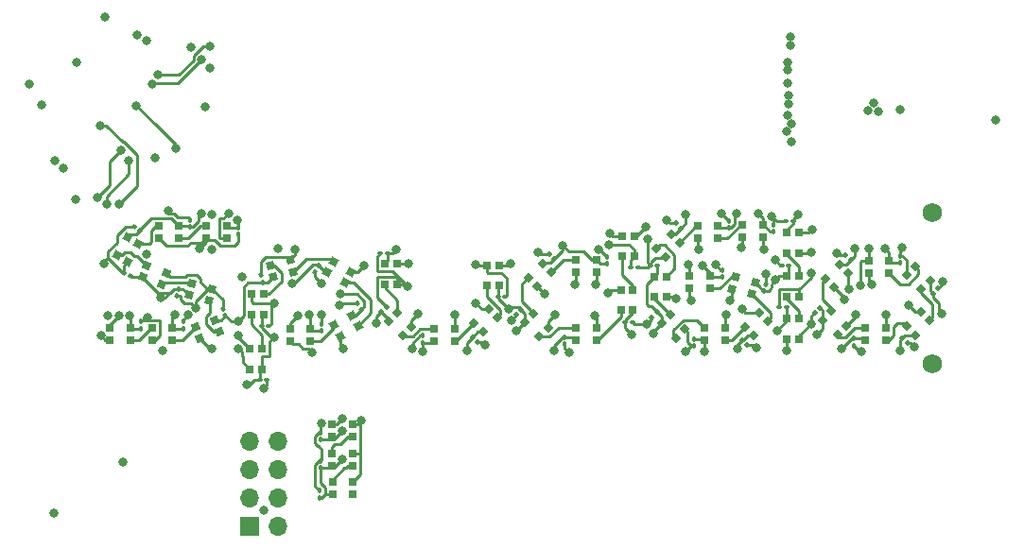
<source format=gtl>
G04 #@! TF.GenerationSoftware,KiCad,Pcbnew,7.0.2-0*
G04 #@! TF.CreationDate,2023-10-15T17:43:39-05:00*
G04 #@! TF.ProjectId,spudglo_business_card,73707564-676c-46f5-9f62-7573696e6573,rev?*
G04 #@! TF.SameCoordinates,Original*
G04 #@! TF.FileFunction,Copper,L1,Top*
G04 #@! TF.FilePolarity,Positive*
%FSLAX46Y46*%
G04 Gerber Fmt 4.6, Leading zero omitted, Abs format (unit mm)*
G04 Created by KiCad (PCBNEW 7.0.2-0) date 2023-10-15 17:43:39*
%MOMM*%
%LPD*%
G01*
G04 APERTURE LIST*
G04 Aperture macros list*
%AMRoundRect*
0 Rectangle with rounded corners*
0 $1 Rounding radius*
0 $2 $3 $4 $5 $6 $7 $8 $9 X,Y pos of 4 corners*
0 Add a 4 corners polygon primitive as box body*
4,1,4,$2,$3,$4,$5,$6,$7,$8,$9,$2,$3,0*
0 Add four circle primitives for the rounded corners*
1,1,$1+$1,$2,$3*
1,1,$1+$1,$4,$5*
1,1,$1+$1,$6,$7*
1,1,$1+$1,$8,$9*
0 Add four rect primitives between the rounded corners*
20,1,$1+$1,$2,$3,$4,$5,0*
20,1,$1+$1,$4,$5,$6,$7,0*
20,1,$1+$1,$6,$7,$8,$9,0*
20,1,$1+$1,$8,$9,$2,$3,0*%
%AMRotRect*
0 Rectangle, with rotation*
0 The origin of the aperture is its center*
0 $1 length*
0 $2 width*
0 $3 Rotation angle, in degrees counterclockwise*
0 Add horizontal line*
21,1,$1,$2,0,0,$3*%
G04 Aperture macros list end*
G04 #@! TA.AperFunction,SMDPad,CuDef*
%ADD10RotRect,0.700000X0.700000X225.000000*%
G04 #@! TD*
G04 #@! TA.AperFunction,SMDPad,CuDef*
%ADD11R,0.700000X0.700000*%
G04 #@! TD*
G04 #@! TA.AperFunction,SMDPad,CuDef*
%ADD12RotRect,0.700000X0.700000X45.000000*%
G04 #@! TD*
G04 #@! TA.AperFunction,SMDPad,CuDef*
%ADD13RotRect,0.700000X0.700000X195.000000*%
G04 #@! TD*
G04 #@! TA.AperFunction,SMDPad,CuDef*
%ADD14RotRect,0.700000X0.700000X345.000000*%
G04 #@! TD*
G04 #@! TA.AperFunction,SMDPad,CuDef*
%ADD15RotRect,0.700000X0.700000X30.000000*%
G04 #@! TD*
G04 #@! TA.AperFunction,SMDPad,CuDef*
%ADD16RotRect,0.700000X0.700000X315.000000*%
G04 #@! TD*
G04 #@! TA.AperFunction,SMDPad,CuDef*
%ADD17RotRect,0.700000X0.700000X135.000000*%
G04 #@! TD*
G04 #@! TA.AperFunction,SMDPad,CuDef*
%ADD18RotRect,0.700000X0.700000X150.000000*%
G04 #@! TD*
G04 #@! TA.AperFunction,SMDPad,CuDef*
%ADD19RotRect,0.700000X0.700000X165.000000*%
G04 #@! TD*
G04 #@! TA.AperFunction,SMDPad,CuDef*
%ADD20RotRect,0.700000X0.700000X20.000000*%
G04 #@! TD*
G04 #@! TA.AperFunction,SMDPad,CuDef*
%ADD21RotRect,0.700000X0.700000X60.000000*%
G04 #@! TD*
G04 #@! TA.AperFunction,SMDPad,CuDef*
%ADD22RotRect,0.700000X0.700000X160.000000*%
G04 #@! TD*
G04 #@! TA.AperFunction,SMDPad,CuDef*
%ADD23RoundRect,0.100000X0.100000X-0.130000X0.100000X0.130000X-0.100000X0.130000X-0.100000X-0.130000X0*%
G04 #@! TD*
G04 #@! TA.AperFunction,SMDPad,CuDef*
%ADD24RoundRect,0.100000X-0.162635X0.021213X0.021213X-0.162635X0.162635X-0.021213X-0.021213X0.162635X0*%
G04 #@! TD*
G04 #@! TA.AperFunction,SMDPad,CuDef*
%ADD25RoundRect,0.100000X-0.100000X0.130000X-0.100000X-0.130000X0.100000X-0.130000X0.100000X0.130000X0*%
G04 #@! TD*
G04 #@! TA.AperFunction,SMDPad,CuDef*
%ADD26RoundRect,0.100000X-0.021213X-0.162635X0.162635X0.021213X0.021213X0.162635X-0.162635X-0.021213X0*%
G04 #@! TD*
G04 #@! TA.AperFunction,SMDPad,CuDef*
%ADD27RoundRect,0.100000X0.021213X0.162635X-0.162635X-0.021213X-0.021213X-0.162635X0.162635X0.021213X0*%
G04 #@! TD*
G04 #@! TA.AperFunction,SMDPad,CuDef*
%ADD28RoundRect,0.100000X-0.130000X-0.100000X0.130000X-0.100000X0.130000X0.100000X-0.130000X0.100000X0*%
G04 #@! TD*
G04 #@! TA.AperFunction,SMDPad,CuDef*
%ADD29RoundRect,0.100000X0.130000X0.100000X-0.130000X0.100000X-0.130000X-0.100000X0.130000X-0.100000X0*%
G04 #@! TD*
G04 #@! TA.AperFunction,SMDPad,CuDef*
%ADD30RoundRect,0.100000X0.151603X-0.062583X0.021603X0.162583X-0.151603X0.062583X-0.021603X-0.162583X0*%
G04 #@! TD*
G04 #@! TA.AperFunction,SMDPad,CuDef*
%ADD31RoundRect,0.100000X-0.021603X0.162583X-0.151603X-0.062583X0.021603X-0.162583X0.151603X0.062583X0*%
G04 #@! TD*
G04 #@! TA.AperFunction,SMDPad,CuDef*
%ADD32RoundRect,0.100000X0.162583X0.021603X-0.062583X0.151603X-0.162583X-0.021603X0.062583X-0.151603X0*%
G04 #@! TD*
G04 #@! TA.AperFunction,SMDPad,CuDef*
%ADD33RoundRect,0.100000X0.162635X-0.021213X-0.021213X0.162635X-0.162635X0.021213X0.021213X-0.162635X0*%
G04 #@! TD*
G04 #@! TA.AperFunction,SMDPad,CuDef*
%ADD34RoundRect,0.100000X0.160082X0.035690X-0.075558X0.145571X-0.160082X-0.035690X0.075558X-0.145571X0*%
G04 #@! TD*
G04 #@! TA.AperFunction,SMDPad,CuDef*
%ADD35RoundRect,0.100000X0.130239X-0.099688X0.062946X0.151452X-0.130239X0.099688X-0.062946X-0.151452X0*%
G04 #@! TD*
G04 #@! TA.AperFunction,SMDPad,CuDef*
%ADD36RoundRect,0.100000X0.062946X-0.151452X0.130239X0.099688X-0.062946X0.151452X-0.130239X-0.099688X0*%
G04 #@! TD*
G04 #@! TA.AperFunction,SMDPad,CuDef*
%ADD37RoundRect,0.100000X-0.062946X0.151452X-0.130239X-0.099688X0.062946X-0.151452X0.130239X0.099688X0*%
G04 #@! TD*
G04 #@! TA.AperFunction,SMDPad,CuDef*
%ADD38RoundRect,0.100000X0.138432X-0.087958X0.049507X0.156362X-0.138432X0.087958X-0.049507X-0.156362X0*%
G04 #@! TD*
G04 #@! TA.AperFunction,ComponentPad*
%ADD39C,1.755000*%
G04 #@! TD*
G04 #@! TA.AperFunction,ComponentPad*
%ADD40R,1.700000X1.700000*%
G04 #@! TD*
G04 #@! TA.AperFunction,ComponentPad*
%ADD41O,1.700000X1.700000*%
G04 #@! TD*
G04 #@! TA.AperFunction,ViaPad*
%ADD42C,0.800000*%
G04 #@! TD*
G04 #@! TA.AperFunction,Conductor*
%ADD43C,0.250000*%
G04 #@! TD*
G04 APERTURE END LIST*
D10*
X243281822Y-107173812D03*
X242504005Y-106395995D03*
X241210000Y-107690000D03*
X241987817Y-108467817D03*
D11*
X184330000Y-107750000D03*
X184330000Y-108850000D03*
X186160000Y-108850000D03*
X186160000Y-107750000D03*
X236260000Y-103170000D03*
X236260000Y-104270000D03*
X238090000Y-104270000D03*
X238090000Y-103170000D03*
D12*
X221812183Y-103302183D03*
X222590000Y-104080000D03*
X223884005Y-102785995D03*
X223106188Y-102008178D03*
D13*
X200742346Y-102768880D03*
X200457645Y-101706361D03*
X198690000Y-102180000D03*
X198974701Y-103242519D03*
D11*
X215220000Y-108980000D03*
X215220000Y-107880000D03*
X213390000Y-107880000D03*
X213390000Y-108980000D03*
X192960000Y-98680000D03*
X192960000Y-99780000D03*
X194790000Y-99780000D03*
X194790000Y-98680000D03*
D14*
X240362355Y-103216361D03*
X240077654Y-104278880D03*
X241845299Y-104752519D03*
X242130000Y-103690000D03*
D11*
X244990000Y-101110000D03*
X246090000Y-101110000D03*
X246090000Y-99280000D03*
X244990000Y-99280000D03*
D12*
X233295995Y-100674005D03*
X234073812Y-101451822D03*
X235367817Y-100157817D03*
X234590000Y-99380000D03*
D11*
X197990000Y-109680000D03*
X196890000Y-109680000D03*
X196890000Y-111510000D03*
X197990000Y-111510000D03*
X244990000Y-104980001D03*
X246090000Y-104980001D03*
X246090000Y-103150001D03*
X244990000Y-103150001D03*
X240965000Y-98570000D03*
X240965000Y-99670000D03*
X242795000Y-99670000D03*
X242795000Y-98570000D03*
D15*
X204425174Y-107565000D03*
X204975174Y-108517628D03*
X206560000Y-107602628D03*
X206010000Y-106650000D03*
D11*
X188110000Y-107790000D03*
X188110000Y-108890000D03*
X189940000Y-108890000D03*
X189940000Y-107790000D03*
D10*
X257771822Y-107133812D03*
X256994005Y-106355995D03*
X255700000Y-107650000D03*
X256477817Y-108427817D03*
D11*
X239420000Y-108880000D03*
X239420000Y-107780000D03*
X237590000Y-107780000D03*
X237590000Y-108880000D03*
X227920000Y-108880000D03*
X227920000Y-107780000D03*
X226090000Y-107780000D03*
X226090000Y-108880000D03*
X236960000Y-98680000D03*
X236960000Y-99780000D03*
X238790000Y-99780000D03*
X238790000Y-98680000D03*
X208930078Y-103905892D03*
X210030078Y-103905892D03*
X210030078Y-102075892D03*
X208930078Y-102075892D03*
D16*
X256483812Y-102258178D03*
X255705995Y-103035995D03*
X257000000Y-104330000D03*
X257777817Y-103552183D03*
D11*
X206095000Y-120120000D03*
X206095000Y-119020000D03*
X204265000Y-119020000D03*
X204265000Y-120120000D03*
D17*
X249484005Y-108374005D03*
X250261822Y-107596188D03*
X248967817Y-106302183D03*
X248190000Y-107080000D03*
D18*
X205407413Y-103713814D03*
X205957413Y-102761186D03*
X204372587Y-101846186D03*
X203822587Y-102798814D03*
D11*
X206070000Y-117560000D03*
X206070000Y-116460000D03*
X204240000Y-116460000D03*
X204240000Y-117560000D03*
X198090000Y-104779999D03*
X196990000Y-104779999D03*
X196990000Y-106609999D03*
X198090000Y-106609999D03*
D17*
X222806188Y-108551822D03*
X223584005Y-107774005D03*
X222290000Y-106480000D03*
X221512183Y-107257817D03*
D19*
X193205299Y-105342519D03*
X193490000Y-104280000D03*
X191722355Y-103806361D03*
X191437654Y-104868880D03*
D11*
X231190000Y-104380000D03*
X230090000Y-104380000D03*
X230090000Y-106210000D03*
X231190000Y-106210000D03*
D17*
X210584005Y-108474005D03*
X211361822Y-107696188D03*
X210067817Y-106402183D03*
X209290000Y-107180000D03*
D11*
X244990000Y-108780000D03*
X246090000Y-108780000D03*
X246090000Y-106950000D03*
X244990000Y-106950000D03*
X252275000Y-101793109D03*
X252275000Y-102893109D03*
X254105000Y-102893109D03*
X254105000Y-101793109D03*
X231290001Y-99549999D03*
X230190001Y-99549999D03*
X230190001Y-101379999D03*
X231290001Y-101379999D03*
D17*
X235042183Y-108687817D03*
X235820000Y-107910000D03*
X234525995Y-106615995D03*
X233748178Y-107393812D03*
D11*
X202300000Y-107840000D03*
X202300000Y-108940000D03*
X200470000Y-108940000D03*
X200470000Y-107840000D03*
X206100000Y-122670000D03*
X206100000Y-121570000D03*
X204270000Y-121570000D03*
X204270000Y-122670000D03*
D20*
X192030362Y-107705896D03*
X192406584Y-108739558D03*
X194126222Y-108113662D03*
X193750000Y-107080000D03*
D21*
X184980000Y-101290000D03*
X185932628Y-101840000D03*
X186847628Y-100255174D03*
X185895000Y-99705174D03*
D11*
X188690000Y-98680000D03*
X188690000Y-99780000D03*
X190520000Y-99780000D03*
X190520000Y-98680000D03*
X253820000Y-108930000D03*
X253820000Y-107830000D03*
X251990000Y-107830000D03*
X251990000Y-108930000D03*
X226090000Y-101680000D03*
X226090000Y-102780000D03*
X227920000Y-102780000D03*
X227920000Y-101680000D03*
X233067813Y-105009998D03*
X234167813Y-105009998D03*
X234167813Y-103179998D03*
X233067813Y-103179998D03*
X219190000Y-102180000D03*
X218090000Y-102180000D03*
X218090000Y-104010000D03*
X219190000Y-104010000D03*
D12*
X248418178Y-103396188D03*
X249195995Y-104174005D03*
X250490000Y-102880000D03*
X249712183Y-102102183D03*
D10*
X219025911Y-106863812D03*
X218248094Y-106085995D03*
X216954089Y-107380000D03*
X217731906Y-108157817D03*
D22*
X187274140Y-103257766D03*
X187650362Y-102224104D03*
X189370000Y-102850000D03*
X188993778Y-103883662D03*
D23*
X228850000Y-102070000D03*
X228850000Y-101430000D03*
D24*
X255320000Y-108720000D03*
X255772548Y-109172548D03*
D23*
X255120000Y-101960000D03*
X255120000Y-101320000D03*
D25*
X236610000Y-108770000D03*
X236610000Y-109410000D03*
D23*
X191550000Y-98740000D03*
X191550000Y-98100000D03*
D26*
X258080000Y-104720000D03*
X258532548Y-104267452D03*
D23*
X203290000Y-108065000D03*
X203290000Y-107425000D03*
D25*
X225090000Y-108630000D03*
X225090000Y-109270000D03*
D26*
X208657449Y-106382545D03*
X209109997Y-105929997D03*
D27*
X221176274Y-106193726D03*
X220723726Y-106646274D03*
D28*
X219120000Y-105000000D03*
X219760000Y-105000000D03*
D29*
X245160000Y-102170000D03*
X244520000Y-102170000D03*
D30*
X206850000Y-106164256D03*
X206530000Y-105610000D03*
D24*
X240947678Y-108877678D03*
X241400226Y-109330226D03*
D31*
X203030000Y-102222872D03*
X202710000Y-102777128D03*
D32*
X187067128Y-99090000D03*
X186512872Y-98770000D03*
D33*
X235490226Y-98870226D03*
X235037678Y-98417678D03*
D27*
X247906274Y-105973726D03*
X247453726Y-106426274D03*
D28*
X197780000Y-112480000D03*
X198420000Y-112480000D03*
D33*
X250692548Y-101682548D03*
X250240000Y-101230000D03*
D23*
X239160000Y-103225000D03*
X239160000Y-102585000D03*
D29*
X244930000Y-105960000D03*
X244290000Y-105960000D03*
D34*
X186180018Y-103135238D03*
X185599982Y-102864762D03*
D23*
X203100000Y-123020000D03*
X203100000Y-122380000D03*
D35*
X198052822Y-103709096D03*
X197887178Y-103090904D03*
D25*
X195830000Y-98800000D03*
X195830000Y-99440000D03*
D23*
X203230000Y-120355000D03*
X203230000Y-119715000D03*
X190910001Y-107859998D03*
X190910001Y-107219998D03*
D28*
X231000000Y-102370000D03*
X231640000Y-102370000D03*
D23*
X203200000Y-117795000D03*
X203200000Y-117155000D03*
D24*
X216820000Y-108640000D03*
X217272548Y-109092548D03*
D33*
X224126274Y-101626274D03*
X223673726Y-101173726D03*
D29*
X233360000Y-102180000D03*
X232720000Y-102180000D03*
D23*
X212380000Y-109150000D03*
X212380000Y-108510000D03*
D36*
X242940000Y-104490000D03*
X243105644Y-103871808D03*
D27*
X233316274Y-106383726D03*
X232863726Y-106836274D03*
D23*
X187140000Y-107870000D03*
X187140000Y-107230000D03*
X239760000Y-98830000D03*
X239760000Y-98190000D03*
D37*
X190482822Y-104300904D03*
X190317178Y-104919096D03*
D28*
X230500000Y-107310000D03*
X231140000Y-107310000D03*
D29*
X245530000Y-98260000D03*
X244890000Y-98260000D03*
D38*
X194681449Y-106686508D03*
X194462557Y-106085104D03*
D29*
X209205000Y-101100000D03*
X208565000Y-101100000D03*
D25*
X250960000Y-108720000D03*
X250960000Y-109360000D03*
D23*
X243780000Y-99170000D03*
X243780000Y-98530000D03*
D28*
X197950000Y-107590000D03*
X198590000Y-107590000D03*
D39*
X258000000Y-97440000D03*
X258000000Y-111030000D03*
D40*
X196850000Y-125580000D03*
D41*
X199390000Y-125580000D03*
X196850000Y-123040000D03*
X199390000Y-123040000D03*
X196850000Y-120500000D03*
X199390000Y-120500000D03*
X196850000Y-117960000D03*
X199390000Y-117960000D03*
D42*
X202460000Y-109950000D03*
X179360000Y-124400000D03*
X209990000Y-100780000D03*
X237375000Y-102205000D03*
X188930000Y-105120000D03*
X216310000Y-109810000D03*
X195795444Y-98136371D03*
X190150000Y-106610000D03*
X251020000Y-100650000D03*
X205171786Y-119594421D03*
X212380000Y-109920000D03*
X186145000Y-106715000D03*
X208240000Y-107350000D03*
X242380000Y-97530000D03*
X249826396Y-109650000D03*
X220710000Y-108060000D03*
X193486604Y-100737598D03*
X224140000Y-109790000D03*
X192507157Y-97540048D03*
X245070000Y-85870000D03*
X199020000Y-108620000D03*
X245950000Y-97650000D03*
X205146242Y-117036209D03*
X258830000Y-106510000D03*
X245090000Y-87740000D03*
X220040000Y-106100000D03*
X243938650Y-103494892D03*
X245100000Y-86950000D03*
X245040000Y-84700000D03*
X245070000Y-83960000D03*
X204970000Y-104780000D03*
X196620000Y-112830000D03*
X244065000Y-108065000D03*
X233000000Y-108340000D03*
X231060000Y-108370000D03*
X202200000Y-106620000D03*
X229058259Y-100335283D03*
X224890000Y-100410000D03*
X235930000Y-97630000D03*
X247670000Y-108380000D03*
X253720000Y-100640000D03*
X237620000Y-109880000D03*
X195810000Y-107220000D03*
X240520000Y-109680000D03*
X255070000Y-109840000D03*
X240440000Y-97530000D03*
X200640000Y-103810000D03*
X191380000Y-106640000D03*
X240940000Y-106120000D03*
X183860927Y-102000500D03*
X210980000Y-104080000D03*
X256370000Y-109520000D03*
X203290498Y-116330000D03*
X236370000Y-105310000D03*
X184146810Y-106658008D03*
X189538942Y-97280500D03*
X243630000Y-97830000D03*
X207110000Y-102190000D03*
X217110000Y-105550000D03*
X195810000Y-108480000D03*
X203310000Y-106610000D03*
X224165000Y-106585000D03*
X199100000Y-105610000D03*
X177090000Y-85960000D03*
X232520000Y-99870000D03*
X189070000Y-109864500D03*
X211910000Y-106550000D03*
X199420000Y-100660000D03*
X187740000Y-106840000D03*
X244930000Y-90150000D03*
X183878781Y-79939772D03*
X222720000Y-101010000D03*
X237110000Y-100750000D03*
X239495000Y-106585000D03*
X240920000Y-100630000D03*
X198120000Y-124090000D03*
X211417283Y-109651335D03*
X245400000Y-89530000D03*
X232420000Y-107450000D03*
X193503767Y-97616034D03*
X223240000Y-104730000D03*
X205225000Y-109685000D03*
X228140000Y-100730000D03*
X250110000Y-105250000D03*
X180149531Y-93469531D03*
X255300000Y-100590000D03*
X217090000Y-102100000D03*
X251610000Y-109910000D03*
X245380000Y-91070000D03*
X251090000Y-106570000D03*
X252580000Y-103860000D03*
X242220000Y-109530000D03*
X225435000Y-109965000D03*
X243930000Y-101720000D03*
X228980000Y-104620000D03*
X247120000Y-102860000D03*
X258920000Y-103620000D03*
X198144146Y-113239149D03*
X229150000Y-99340000D03*
X225960000Y-103860000D03*
X220280000Y-107140000D03*
X192364500Y-100645686D03*
X253835000Y-106645000D03*
X239100000Y-97540000D03*
X200950000Y-100730000D03*
X255870000Y-105730000D03*
X215270000Y-106600000D03*
X193430000Y-109640000D03*
X187641994Y-82065514D03*
X235047391Y-105158278D03*
X243085000Y-102975000D03*
X185540000Y-119800000D03*
X206880000Y-116080000D03*
X238580000Y-102160000D03*
X235920000Y-109910000D03*
X203290000Y-103820000D03*
X181395528Y-84030016D03*
X191990000Y-106020000D03*
X183537277Y-108504225D03*
X247180000Y-107420000D03*
X227725000Y-106655000D03*
X239900000Y-105340000D03*
X234230000Y-98100000D03*
X247110000Y-101020000D03*
X249410000Y-101060000D03*
X196153841Y-103241559D03*
X263630000Y-89140000D03*
X244999509Y-88735398D03*
X255110000Y-88270000D03*
X217930000Y-109280000D03*
X204890000Y-105780000D03*
X187650704Y-101199848D03*
X192894352Y-87954057D03*
X232330000Y-98710000D03*
X242910000Y-100790000D03*
X236150000Y-102120000D03*
X247210000Y-98990000D03*
X250575000Y-104315000D03*
X244990000Y-109840000D03*
X205149449Y-115925951D03*
X251588059Y-103982714D03*
X252275000Y-100640000D03*
X220220000Y-102020000D03*
X227840000Y-103870000D03*
X211074108Y-102075892D03*
X201201364Y-106661610D03*
X185145956Y-106684726D03*
X195822701Y-109637299D03*
X188395500Y-92564500D03*
X245260000Y-82490000D03*
X245270000Y-81720000D03*
X191580000Y-82645500D03*
X193331980Y-84546692D03*
X178210000Y-87819760D03*
X186765032Y-81585991D03*
X179407839Y-92799532D03*
X181305497Y-96245497D03*
X192547422Y-83727981D03*
X188138354Y-85948067D03*
X186735903Y-87859413D03*
X190260000Y-91730000D03*
X194953267Y-97537299D03*
X184036407Y-96681399D03*
X186034500Y-92837328D03*
X185310000Y-91852518D03*
X183230456Y-96090258D03*
X185140000Y-96687118D03*
X183521262Y-89645500D03*
X193279500Y-82545022D03*
X188671875Y-85102869D03*
X252720000Y-87610000D03*
X253180000Y-88360000D03*
X252255001Y-88354999D03*
D43*
X203100000Y-123020000D02*
X203320000Y-123020000D01*
X203320000Y-123020000D02*
X203670000Y-122670000D01*
X203100000Y-122380000D02*
X202705000Y-121985000D01*
X202705000Y-121985000D02*
X202705000Y-120048959D01*
X202705000Y-120048959D02*
X203038959Y-119715000D01*
X203038959Y-119715000D02*
X203230000Y-119715000D01*
X204270000Y-122670000D02*
X203670000Y-122670000D01*
X203670000Y-122670000D02*
X203625000Y-122625000D01*
X203625000Y-122073959D02*
X203230000Y-121678959D01*
X203230000Y-121678959D02*
X203230000Y-120355000D01*
X203625000Y-122625000D02*
X203625000Y-122073959D01*
X206070000Y-117560000D02*
X205690000Y-117560000D01*
X205690000Y-117560000D02*
X205005000Y-118245000D01*
X205005000Y-118245000D02*
X204475000Y-118245000D01*
X204475000Y-118245000D02*
X204265000Y-118455000D01*
X204265000Y-118455000D02*
X204265000Y-119020000D01*
X202460000Y-109950000D02*
X202125000Y-109615000D01*
X202125000Y-109615000D02*
X201625000Y-109615000D01*
X201625000Y-109615000D02*
X201260000Y-109250000D01*
X200780000Y-109250000D02*
X200470000Y-108940000D01*
X201260000Y-109250000D02*
X200780000Y-109250000D01*
X198420000Y-112480000D02*
X198420000Y-112963295D01*
X198420000Y-112963295D02*
X198144146Y-113239149D01*
X199020000Y-108620000D02*
X198635000Y-109005000D01*
X198635000Y-109005000D02*
X198665000Y-109005000D01*
X198665000Y-109005000D02*
X198665000Y-110355000D01*
X197990000Y-110355000D02*
X197990000Y-111510000D01*
X198665000Y-110355000D02*
X197990000Y-110355000D01*
X199020000Y-108620000D02*
X198899645Y-108499645D01*
X197950000Y-107784645D02*
X197950000Y-107590000D01*
X198665000Y-108499645D02*
X197950000Y-107784645D01*
X198899645Y-108499645D02*
X198665000Y-108499645D01*
X199020000Y-108620000D02*
X199040000Y-108640000D01*
X195822701Y-109637299D02*
X195947299Y-109637299D01*
X195947299Y-109637299D02*
X196215000Y-109905000D01*
X196215000Y-109905000D02*
X196215000Y-110355000D01*
X196215000Y-110355000D02*
X196230000Y-110370000D01*
X196230000Y-110370000D02*
X196230000Y-110850000D01*
X196230000Y-110850000D02*
X196890000Y-111510000D01*
X195810000Y-108480000D02*
X195810000Y-108600000D01*
X195810000Y-108600000D02*
X196890000Y-109680000D01*
X196310000Y-106370000D02*
X196310000Y-104109999D01*
X196310000Y-106370000D02*
X196310000Y-106720000D01*
X196310000Y-106720000D02*
X195810000Y-107220000D01*
X195810000Y-107220000D02*
X195214941Y-107220000D01*
X195214941Y-107220000D02*
X194681449Y-106686508D01*
X196310000Y-104109999D02*
X196710903Y-103709096D01*
X196710903Y-103709096D02*
X198052822Y-103709096D01*
X197250000Y-112410000D02*
X197710000Y-112410000D01*
X197710000Y-112410000D02*
X197780000Y-112480000D01*
X196620000Y-112830000D02*
X196830000Y-112830000D01*
X196830000Y-112830000D02*
X197250000Y-112410000D01*
X254271891Y-101960000D02*
X254105000Y-101793109D01*
X188930000Y-105120000D02*
X189256880Y-105120000D01*
X256477817Y-108427817D02*
X256435659Y-108469975D01*
X237590000Y-109850000D02*
X237620000Y-109880000D01*
X242795000Y-98570000D02*
X242795000Y-97945000D01*
X220710000Y-108060000D02*
X220690000Y-108080000D01*
X191744645Y-98740000D02*
X191550000Y-98740000D01*
X224890000Y-100862548D02*
X224126274Y-101626274D01*
X190910001Y-107859998D02*
X190009998Y-107859998D01*
X186280000Y-107870000D02*
X186160000Y-107750000D01*
X190075976Y-104300904D02*
X189898440Y-104478440D01*
X206364256Y-106650000D02*
X206850000Y-106164256D01*
X188015000Y-98005000D02*
X189845000Y-98005000D01*
X240947678Y-108877678D02*
X240520000Y-109305356D01*
X216310000Y-109150000D02*
X216310000Y-109810000D01*
X189256880Y-105120000D02*
X189898440Y-104478440D01*
X231000000Y-101670000D02*
X231000000Y-102370000D01*
X233360000Y-102180000D02*
X233360000Y-102887811D01*
X244990000Y-103150001D02*
X244283541Y-103150001D01*
X256435659Y-108469975D02*
X255570025Y-108469975D01*
X233748178Y-107393812D02*
X233000000Y-108141990D01*
X226090000Y-108880000D02*
X225840000Y-108630000D01*
X238940000Y-98830000D02*
X238790000Y-98680000D01*
X235930000Y-97630000D02*
X235930000Y-97610000D01*
X193750000Y-107080000D02*
X194287957Y-107080000D01*
X195830000Y-98800000D02*
X194910000Y-98800000D01*
X206850000Y-106164256D02*
X207137685Y-105876571D01*
X235930000Y-98430452D02*
X235930000Y-97630000D01*
X221470025Y-107215659D02*
X221470025Y-106487477D01*
X239760000Y-98830000D02*
X239954645Y-98830000D01*
X212380000Y-109150000D02*
X213220000Y-109150000D01*
X186160000Y-107750000D02*
X186160000Y-106730000D01*
X244990000Y-106020000D02*
X244930000Y-105960000D01*
X226750000Y-100960000D02*
X227470000Y-101680000D01*
X255120000Y-101960000D02*
X254271891Y-101960000D01*
X243533545Y-104303301D02*
X243346846Y-104490000D01*
X244990000Y-106950000D02*
X244990000Y-106020000D01*
X188015000Y-98005000D02*
X187750000Y-98270000D01*
X219120000Y-105000000D02*
X219120000Y-104080000D01*
X192285000Y-98199645D02*
X191744645Y-98740000D01*
X255570025Y-108469975D02*
X255320000Y-108720000D01*
X239160000Y-103225000D02*
X238145000Y-103225000D01*
X248190000Y-107080000D02*
X248190000Y-107860000D01*
X244283541Y-103150001D02*
X243938650Y-103494892D01*
X186151218Y-99448956D02*
X185895000Y-99705174D01*
X237480000Y-108770000D02*
X237590000Y-108880000D01*
X240520000Y-109305356D02*
X240520000Y-109680000D01*
X233360000Y-102887811D02*
X233067813Y-103179998D01*
X245530000Y-98070000D02*
X245950000Y-97650000D01*
X250272913Y-102102183D02*
X250692548Y-101682548D01*
X235490226Y-98870226D02*
X235930000Y-98430452D01*
X242848913Y-104490000D02*
X242695364Y-104336451D01*
X209205000Y-101100000D02*
X209670000Y-101100000D01*
X219120000Y-105000000D02*
X219120000Y-105191041D01*
X243938650Y-103494892D02*
X243681166Y-103752376D01*
X255070000Y-108970000D02*
X255070000Y-109840000D01*
X232392813Y-105684998D02*
X232587815Y-105880000D01*
X224140000Y-109388959D02*
X224140000Y-109790000D01*
X258570000Y-105550000D02*
X258080000Y-105060000D01*
X239954645Y-98830000D02*
X240290000Y-98494645D01*
X212380000Y-109150000D02*
X212380000Y-109640000D01*
X255320000Y-108720000D02*
X255070000Y-108970000D01*
X231190000Y-106428959D02*
X230500000Y-107118959D01*
X194287957Y-107080000D02*
X194681449Y-106686508D01*
X233000000Y-108340000D02*
X233000000Y-108420000D01*
X192285000Y-97762205D02*
X192285000Y-98199645D01*
X190150000Y-106610000D02*
X189940000Y-106820000D01*
X195795444Y-98136371D02*
X195830000Y-98170927D01*
X203822587Y-102798814D02*
X203605942Y-102798814D01*
X202499483Y-102158463D02*
X202965591Y-102158463D01*
X216820000Y-108640000D02*
X216310000Y-109150000D01*
X245530000Y-98451041D02*
X245530000Y-98260000D01*
X231290001Y-101379999D02*
X231000000Y-101670000D01*
X250960000Y-108720000D02*
X250756396Y-108720000D01*
X251780000Y-108720000D02*
X251990000Y-108930000D01*
X251020000Y-101355096D02*
X251020000Y-100650000D01*
X209670000Y-101100000D02*
X209990000Y-100780000D01*
X250960000Y-108720000D02*
X251780000Y-108720000D01*
X232587815Y-105880000D02*
X232812548Y-105880000D01*
X220952856Y-105970308D02*
X220169692Y-105970308D01*
X208240000Y-106799994D02*
X208240000Y-107350000D01*
X249712183Y-102102183D02*
X250272913Y-102102183D01*
X190009998Y-107859998D02*
X189940000Y-107790000D01*
X255070000Y-109840000D02*
X255070000Y-109860000D01*
X219120000Y-104080000D02*
X219190000Y-104010000D01*
X197780000Y-111720000D02*
X197990000Y-111510000D01*
X241067886Y-108877678D02*
X241477747Y-108467817D01*
X243346846Y-104490000D02*
X242940000Y-104490000D01*
X187274140Y-103281428D02*
X188649973Y-104657261D01*
X187067128Y-98952872D02*
X188015000Y-98005000D01*
X224890000Y-100410000D02*
X224890000Y-100862548D01*
X228850000Y-102070000D02*
X228310000Y-102070000D01*
X241477747Y-108467817D02*
X241987817Y-108467817D01*
X229058259Y-100335283D02*
X230845285Y-100335283D01*
X221176274Y-106193726D02*
X220952856Y-105970308D01*
X189940000Y-106820000D02*
X189940000Y-107790000D01*
X242380000Y-97530000D02*
X242300000Y-97450000D01*
X227470000Y-101680000D02*
X227920000Y-101680000D01*
X190869678Y-104300904D02*
X190482822Y-104300904D01*
X204387451Y-117795000D02*
X203200000Y-117795000D01*
X232392813Y-103854998D02*
X232392813Y-105684998D01*
X230500000Y-107810000D02*
X231060000Y-108370000D01*
X243780000Y-99170000D02*
X243470000Y-99170000D01*
X258830000Y-106510000D02*
X258570000Y-106250000D01*
X209290000Y-107180000D02*
X209290000Y-107015096D01*
X187067128Y-99090000D02*
X187067128Y-98952872D01*
X190482822Y-104300904D02*
X190075976Y-104300904D01*
X189719619Y-104657261D02*
X189898440Y-104478440D01*
X204030000Y-120355000D02*
X203230000Y-120355000D01*
X244990000Y-103150001D02*
X245160000Y-102980001D01*
X205171786Y-119594421D02*
X204411207Y-120355000D01*
X202300000Y-106720000D02*
X202200000Y-106620000D01*
X202300000Y-107840000D02*
X202300000Y-106720000D01*
X245160000Y-102980001D02*
X245160000Y-102170000D01*
X200847946Y-103810000D02*
X202499483Y-102158463D01*
X233067813Y-103179998D02*
X232392813Y-103854998D01*
X233000000Y-108141990D02*
X233000000Y-108340000D01*
X195830000Y-98170927D02*
X195830000Y-98800000D01*
X244990000Y-106950000D02*
X244990000Y-107140000D01*
X198052822Y-103709096D02*
X198508124Y-103709096D01*
X205146242Y-117036209D02*
X204387451Y-117795000D01*
X254105000Y-101025000D02*
X253720000Y-100640000D01*
X197780000Y-112480000D02*
X197780000Y-111720000D01*
X242940000Y-104490000D02*
X242848913Y-104490000D01*
X248147842Y-107037842D02*
X248147842Y-106215294D01*
X224898959Y-108630000D02*
X224140000Y-109388959D01*
X186160000Y-106730000D02*
X186145000Y-106715000D01*
X245530000Y-98260000D02*
X245530000Y-98070000D01*
X243681166Y-103752376D02*
X243533545Y-104303301D01*
X207137685Y-105876571D02*
X207137685Y-105388503D01*
X230845285Y-100335283D02*
X231290001Y-100779999D01*
X209205000Y-101800970D02*
X209205000Y-101100000D01*
X232812548Y-105880000D02*
X233316274Y-106383726D01*
X203605942Y-102798814D02*
X203030000Y-102222872D01*
X258570000Y-106250000D02*
X258570000Y-105550000D01*
X250756396Y-108720000D02*
X249826396Y-109650000D01*
X248147842Y-106215294D02*
X247906274Y-105973726D01*
X238090000Y-102920000D02*
X237375000Y-102205000D01*
X206010000Y-106650000D02*
X206364256Y-106650000D01*
X223786528Y-101966020D02*
X224126274Y-101626274D01*
X231290001Y-100779999D02*
X231290001Y-101379999D01*
X187140000Y-107870000D02*
X186280000Y-107870000D01*
X248190000Y-107080000D02*
X248147842Y-107037842D01*
X248190000Y-107860000D02*
X247670000Y-108380000D01*
X213220000Y-109150000D02*
X213390000Y-108980000D01*
X228310000Y-102070000D02*
X227920000Y-101680000D01*
X187274140Y-103257766D02*
X187274140Y-103281428D01*
X234590000Y-99380000D02*
X234980452Y-99380000D01*
X186708172Y-99448956D02*
X186151218Y-99448956D01*
X258080000Y-105060000D02*
X258080000Y-104720000D01*
X233316274Y-106383726D02*
X233748178Y-106815630D01*
X258080000Y-104720000D02*
X257819975Y-104459975D01*
X224890000Y-100410000D02*
X225440000Y-100960000D01*
X208657449Y-106382545D02*
X208240000Y-106799994D01*
X229058259Y-100335283D02*
X229080000Y-100357024D01*
X204240000Y-117560000D02*
X204005000Y-117795000D01*
X217302183Y-108157817D02*
X216820000Y-108640000D01*
X189845000Y-98005000D02*
X190520000Y-98680000D01*
X231190000Y-106210000D02*
X231190000Y-106428959D01*
X187067128Y-99090000D02*
X186708172Y-99448956D01*
X237375000Y-102205000D02*
X237360000Y-102190000D01*
X212380000Y-109640000D02*
X212380000Y-109920000D01*
X257819975Y-104459975D02*
X257819975Y-103594341D01*
X257819975Y-103594341D02*
X257777817Y-103552183D01*
X240520000Y-109680000D02*
X240520000Y-109860000D01*
X186302546Y-103257766D02*
X186180018Y-103135238D01*
X242695364Y-104336451D02*
X242584597Y-104144597D01*
X225840000Y-108630000D02*
X225090000Y-108630000D01*
X223106188Y-102008178D02*
X223148346Y-101966020D01*
X191490000Y-98680000D02*
X191550000Y-98740000D01*
X244990000Y-99280000D02*
X244990000Y-98991041D01*
X243470000Y-99170000D02*
X242870000Y-98570000D01*
X192507157Y-97540048D02*
X192285000Y-97762205D01*
X202525000Y-108065000D02*
X202300000Y-107840000D01*
X204265000Y-120120000D02*
X204030000Y-120355000D01*
X219120000Y-105191041D02*
X220028959Y-106100000D01*
X230500000Y-107310000D02*
X230500000Y-107810000D01*
X204411207Y-120355000D02*
X203230000Y-120355000D01*
X220690000Y-108080000D02*
X220690000Y-108140000D01*
X203290000Y-108065000D02*
X202525000Y-108065000D01*
X229080000Y-100357024D02*
X229080000Y-100450000D01*
X242795000Y-97945000D02*
X242380000Y-97530000D01*
X238090000Y-103170000D02*
X238090000Y-102920000D01*
X224140000Y-109790000D02*
X224140000Y-109840000D01*
X186145000Y-106715000D02*
X186090000Y-106660000D01*
X249826396Y-109650000D02*
X249800000Y-109650000D01*
X209290000Y-107015096D02*
X208657449Y-106382545D01*
X187274140Y-103257766D02*
X186302546Y-103257766D01*
X230500000Y-107118959D02*
X230500000Y-107310000D01*
X221512183Y-107257817D02*
X220710000Y-108060000D01*
X244990000Y-107140000D02*
X244065000Y-108065000D01*
X208930078Y-102075892D02*
X209205000Y-101800970D01*
X197950000Y-107590000D02*
X197950000Y-106749999D01*
X188649973Y-104657261D02*
X189719619Y-104657261D01*
X240290000Y-97680000D02*
X240440000Y-97530000D01*
X234980452Y-99380000D02*
X235490226Y-98870226D01*
X221512183Y-107257817D02*
X221470025Y-107215659D01*
X237590000Y-108880000D02*
X237590000Y-109850000D01*
X223148346Y-101966020D02*
X223786528Y-101966020D01*
X221470025Y-106487477D02*
X221176274Y-106193726D01*
X200640000Y-103810000D02*
X200847946Y-103810000D01*
X204005000Y-117795000D02*
X203200000Y-117795000D01*
X240947678Y-108877678D02*
X241067886Y-108877678D01*
X202965591Y-102158463D02*
X203030000Y-102222872D01*
X250692548Y-101682548D02*
X251020000Y-101355096D01*
X220169692Y-105970308D02*
X220040000Y-106100000D01*
X198508124Y-103709096D02*
X198974701Y-103242519D01*
X191437654Y-104868880D02*
X190869678Y-104300904D01*
X244065000Y-108065000D02*
X244030000Y-108100000D01*
X244990000Y-98991041D02*
X245530000Y-98451041D01*
X190520000Y-98680000D02*
X191490000Y-98680000D01*
X225090000Y-108630000D02*
X224898959Y-108630000D01*
X206529182Y-104780000D02*
X204970000Y-104780000D01*
X220028959Y-106100000D02*
X220040000Y-106100000D01*
X236610000Y-108770000D02*
X237480000Y-108770000D01*
X242870000Y-98570000D02*
X242795000Y-98570000D01*
X194910000Y-98800000D02*
X194790000Y-98680000D01*
X239760000Y-98830000D02*
X238940000Y-98830000D01*
X254105000Y-101793109D02*
X254105000Y-101025000D01*
X242584597Y-104144597D02*
X242130000Y-103690000D01*
X225440000Y-100960000D02*
X226750000Y-100960000D01*
X238145000Y-103225000D02*
X238090000Y-103170000D01*
X197950000Y-106749999D02*
X198090000Y-106609999D01*
X233748178Y-106815630D02*
X233748178Y-107393812D01*
X217731906Y-108157817D02*
X217302183Y-108157817D01*
X207137685Y-105388503D02*
X206529182Y-104780000D01*
X240290000Y-98494645D02*
X240290000Y-97680000D01*
X212139002Y-108510000D02*
X212380000Y-108510000D01*
X225960000Y-103860000D02*
X225900000Y-103920000D01*
X246015000Y-104305001D02*
X246090000Y-104380001D01*
X227920000Y-107780000D02*
X227920000Y-106850000D01*
X253820000Y-106660000D02*
X253835000Y-106645000D01*
X232476020Y-99913980D02*
X232520000Y-99870000D01*
X208255078Y-102750892D02*
X208255078Y-101409922D01*
X255300000Y-100590000D02*
X255330000Y-100560000D01*
X208255078Y-103230892D02*
X209955078Y-103230892D01*
X219390000Y-102860000D02*
X218170000Y-102860000D01*
X191302437Y-100455000D02*
X189365000Y-100455000D01*
X247453726Y-106426274D02*
X247180000Y-106700000D01*
X250261822Y-107596188D02*
X251090000Y-106768010D01*
X236260000Y-105200000D02*
X236370000Y-105310000D01*
X197220001Y-105610000D02*
X199100000Y-105610000D01*
X225435000Y-109965000D02*
X225450000Y-109980000D01*
X209955078Y-103230892D02*
X210030078Y-103305892D01*
X250110000Y-105088010D02*
X249195995Y-104174005D01*
X185599982Y-102864762D02*
X185599982Y-102172646D01*
X205225000Y-109685000D02*
X205250000Y-109710000D01*
X206770000Y-119095000D02*
X206695000Y-119020000D01*
X217645995Y-106085995D02*
X217110000Y-105550000D01*
X255705995Y-103035995D02*
X255663837Y-102993837D01*
X244890000Y-98260000D02*
X244060000Y-98260000D01*
X239420000Y-107780000D02*
X239420000Y-106660000D01*
X243105644Y-102995644D02*
X243085000Y-102975000D01*
X185599982Y-102172646D02*
X185932628Y-101840000D01*
X203008959Y-117155000D02*
X203200000Y-117155000D01*
X185764336Y-98770000D02*
X186512872Y-98770000D01*
X220723726Y-106646274D02*
X220280000Y-107090000D01*
X189370000Y-102850000D02*
X189730000Y-103210000D01*
X183537277Y-108504225D02*
X183883052Y-108850000D01*
X203290498Y-116330000D02*
X203200000Y-116420498D01*
X196990000Y-104779999D02*
X196990000Y-105379999D01*
X258532548Y-104267452D02*
X258920000Y-103880000D01*
X192476016Y-103424254D02*
X192476016Y-103676016D01*
X203300000Y-119645000D02*
X203300000Y-118680000D01*
X226090000Y-103730000D02*
X225960000Y-103860000D01*
X234547678Y-98417678D02*
X234230000Y-98100000D01*
X229150000Y-99340000D02*
X229359999Y-99549999D01*
X189540000Y-97365000D02*
X189540000Y-97180000D01*
X244315000Y-104305001D02*
X246015000Y-104305001D01*
X255663837Y-102993837D02*
X255663837Y-101672796D01*
X198765000Y-107415000D02*
X198765000Y-105945000D01*
X232720000Y-101988959D02*
X232720000Y-102180000D01*
X230090000Y-104380000D02*
X229220000Y-104380000D01*
X244290000Y-104330001D02*
X244315000Y-104305001D01*
X229359999Y-99549999D02*
X230190001Y-99549999D01*
X209650892Y-102750892D02*
X208255078Y-102750892D01*
X190683993Y-105250987D02*
X191055547Y-105622541D01*
X223240000Y-104730000D02*
X223280000Y-104730000D01*
X250240000Y-101230000D02*
X249580000Y-101230000D01*
X190400000Y-97870000D02*
X190085000Y-97555000D01*
X200950000Y-101214006D02*
X200950000Y-100730000D01*
X256022548Y-109172548D02*
X256370000Y-109520000D01*
X223673726Y-101173726D02*
X222883726Y-101173726D01*
X203230000Y-119715000D02*
X203300000Y-119645000D01*
X253820000Y-107830000D02*
X253820000Y-106660000D01*
X191055547Y-105622541D02*
X191612541Y-105622541D01*
X192476016Y-103676016D02*
X193080000Y-104280000D01*
X234031654Y-101493980D02*
X233214979Y-101493980D01*
X236960000Y-100600000D02*
X237110000Y-100750000D01*
X223584005Y-107165995D02*
X224165000Y-106585000D01*
X239160000Y-102585000D02*
X239005000Y-102585000D01*
X206708803Y-116460000D02*
X206070000Y-116460000D01*
X198765000Y-105945000D02*
X199100000Y-105610000D01*
X255311041Y-101320000D02*
X255120000Y-101320000D01*
X192364500Y-100645686D02*
X192960000Y-100050186D01*
X190317178Y-104919096D02*
X190683993Y-104919096D01*
X225090000Y-109620000D02*
X225435000Y-109965000D01*
X228140000Y-100730000D02*
X228110000Y-100730000D01*
X211520000Y-109548618D02*
X211520000Y-109129002D01*
X210805892Y-103905892D02*
X210980000Y-104080000D01*
X188810000Y-108440000D02*
X188810000Y-107140000D01*
X236067488Y-108157488D02*
X236067488Y-109058529D01*
X224165000Y-106585000D02*
X224180000Y-106570000D01*
X236370000Y-105310000D02*
X236410000Y-105350000D01*
X220280000Y-107090000D02*
X220280000Y-107140000D01*
X225090000Y-109270000D02*
X225090000Y-109620000D01*
X251570000Y-109870000D02*
X251460000Y-109870000D01*
X229220000Y-104380000D02*
X228980000Y-104620000D01*
X206100000Y-121570000D02*
X206770000Y-120900000D01*
X258920000Y-103880000D02*
X258920000Y-103620000D01*
X219760000Y-105000000D02*
X219865000Y-104895000D01*
X206770000Y-120900000D02*
X206770000Y-119095000D01*
X184176891Y-101552729D02*
X184176891Y-100973109D01*
X222590000Y-104080000D02*
X223240000Y-104730000D01*
X211417283Y-109651335D02*
X211520000Y-109548618D01*
X235820000Y-107910000D02*
X236067488Y-108157488D01*
X240920000Y-100630000D02*
X240830000Y-100720000D01*
X217090000Y-102100000D02*
X217170000Y-102180000D01*
X217170000Y-102180000D02*
X218090000Y-102180000D01*
X185000000Y-99534336D02*
X185764336Y-98770000D01*
X218090000Y-102780000D02*
X218090000Y-102180000D01*
X243780000Y-97980000D02*
X243630000Y-97830000D01*
X185599982Y-102864762D02*
X185488924Y-102864762D01*
X236960000Y-99780000D02*
X236960000Y-100600000D01*
X252275000Y-102893109D02*
X252275000Y-103555000D01*
X235037678Y-98417678D02*
X234547678Y-98417678D01*
X188785000Y-107115000D02*
X187255000Y-107115000D01*
X236067488Y-109058529D02*
X236418959Y-109410000D01*
X195830000Y-100090000D02*
X195465000Y-100455000D01*
X247180000Y-106700000D02*
X247180000Y-107420000D01*
X202983959Y-118410000D02*
X202675000Y-118101041D01*
X255663837Y-101672796D02*
X255311041Y-101320000D01*
X208255078Y-105075078D02*
X208255078Y-103230892D01*
X252275000Y-103555000D02*
X252580000Y-103860000D01*
X194462557Y-106085104D02*
X194462557Y-105252557D01*
X206530000Y-105610000D02*
X205060000Y-105610000D01*
X190683993Y-104919096D02*
X190683993Y-105250987D01*
X190085000Y-97555000D02*
X189730000Y-97555000D01*
X228150000Y-100730000D02*
X228140000Y-100730000D01*
X185488924Y-102864762D02*
X184176891Y-101552729D01*
X184176891Y-100973109D02*
X185000000Y-100150000D01*
X255120000Y-100770000D02*
X255300000Y-100590000D01*
X246090000Y-104320000D02*
X247120000Y-103290000D01*
X210030078Y-103905892D02*
X210805892Y-103905892D01*
X240077654Y-105162346D02*
X239900000Y-105340000D01*
X236610000Y-109410000D02*
X236420000Y-109410000D01*
X200457645Y-101706361D02*
X200950000Y-101214006D01*
X232863726Y-107006274D02*
X232420000Y-107450000D01*
X191380000Y-106640000D02*
X190910001Y-107109999D01*
X203300000Y-118680000D02*
X203030000Y-118410000D01*
X210030078Y-103305892D02*
X210030078Y-103905892D01*
X247120000Y-103290000D02*
X247120000Y-102860000D01*
X251090000Y-106768010D02*
X251090000Y-106570000D01*
X222883726Y-101173726D02*
X222720000Y-101010000D01*
X244060000Y-98260000D02*
X243630000Y-97830000D01*
X232863726Y-106836274D02*
X232863726Y-107006274D01*
X209109997Y-105929997D02*
X208255078Y-105075078D01*
X208255078Y-101409922D02*
X208565000Y-101100000D01*
X246090000Y-101110000D02*
X247020000Y-101110000D01*
X239900000Y-105340000D02*
X239890000Y-105350000D01*
X189730000Y-97555000D02*
X189540000Y-97365000D01*
X250110000Y-105250000D02*
X250110000Y-105088010D01*
X228850000Y-101430000D02*
X228150000Y-100730000D01*
X198307893Y-101426339D02*
X200177623Y-101426339D01*
X218170000Y-102860000D02*
X218090000Y-102780000D01*
X187740000Y-106840000D02*
X187530000Y-106840000D01*
X235047391Y-105158278D02*
X234899111Y-105009998D01*
X191550000Y-98100000D02*
X191320000Y-97870000D01*
X197887178Y-101937178D02*
X197887178Y-101847054D01*
X204975174Y-109435174D02*
X205225000Y-109685000D01*
X206538814Y-102761186D02*
X207110000Y-102190000D01*
X200177623Y-101426339D02*
X200457645Y-101706361D01*
X240077654Y-104278880D02*
X240077654Y-105162346D01*
X206500000Y-116460000D02*
X206880000Y-116080000D01*
X202710000Y-102777128D02*
X202710000Y-103240000D01*
X226090000Y-102780000D02*
X226090000Y-103730000D01*
X191990000Y-106020000D02*
X191990000Y-106100000D01*
X223584005Y-107774005D02*
X223584005Y-107165995D01*
X192550000Y-100190000D02*
X191567437Y-100190000D01*
X188810000Y-107140000D02*
X188785000Y-107115000D01*
X188360000Y-108890000D02*
X188810000Y-108440000D01*
X244520000Y-102170000D02*
X244380000Y-102170000D01*
X236418959Y-109410000D02*
X236610000Y-109410000D01*
X253835000Y-106645000D02*
X253870000Y-106610000D01*
X239110000Y-97540000D02*
X239100000Y-97540000D01*
X236260000Y-104270000D02*
X236260000Y-105200000D01*
X232530000Y-102370000D02*
X232720000Y-102180000D01*
X246090000Y-108780000D02*
X246090000Y-108510000D01*
X227920000Y-106850000D02*
X227725000Y-106655000D01*
X183860927Y-101868693D02*
X184176891Y-101552729D01*
X192104462Y-103052700D02*
X192476016Y-103424254D01*
X187530000Y-106840000D02*
X187140000Y-107230000D01*
X197887178Y-101847054D02*
X198307893Y-101426339D01*
X246090000Y-104380001D02*
X246090000Y-104980001D01*
X189730000Y-103210000D02*
X191110000Y-103210000D01*
X218248094Y-106085995D02*
X217645995Y-106085995D01*
X249580000Y-101230000D02*
X249410000Y-101060000D01*
X246090000Y-104980001D02*
X246090000Y-104320000D01*
X185000000Y-100150000D02*
X185000000Y-99534336D01*
X187255000Y-107115000D02*
X187140000Y-107230000D01*
X210980000Y-104080000D02*
X209650892Y-102750892D01*
X199100000Y-105610000D02*
X199160000Y-105610000D01*
X233214979Y-101493980D02*
X232720000Y-101988959D01*
X251610000Y-109910000D02*
X251570000Y-109870000D01*
X206070000Y-116460000D02*
X206500000Y-116460000D01*
X234899111Y-105009998D02*
X234167813Y-105009998D01*
X192960000Y-100050186D02*
X192960000Y-99780000D01*
X251510000Y-109910000D02*
X251610000Y-109910000D01*
X243930000Y-101720000D02*
X243910000Y-101700000D01*
X191320000Y-97870000D02*
X190400000Y-97870000D01*
X244380000Y-102170000D02*
X243930000Y-101720000D01*
X195465000Y-100455000D02*
X194228604Y-100455000D01*
X246090000Y-108510000D02*
X247180000Y-107420000D01*
X206770000Y-116521197D02*
X206708803Y-116460000D01*
X215220000Y-107880000D02*
X215220000Y-106650000D01*
X191110000Y-103210000D02*
X191267300Y-103052700D01*
X195830000Y-99440000D02*
X195830000Y-100090000D01*
X234073812Y-101451822D02*
X234031654Y-101493980D01*
X217742548Y-109092548D02*
X217930000Y-109280000D01*
X205060000Y-105610000D02*
X204890000Y-105780000D01*
X189365000Y-100455000D02*
X188690000Y-99780000D01*
X219865000Y-104895000D02*
X219865000Y-103335000D01*
X206695000Y-119020000D02*
X206095000Y-119020000D01*
X232420000Y-107450000D02*
X231280000Y-107450000D01*
X255772548Y-109172548D02*
X256022548Y-109172548D01*
X242020226Y-109330226D02*
X242220000Y-109530000D01*
X241400226Y-109330226D02*
X242020226Y-109330226D01*
X202710000Y-103240000D02*
X203290000Y-103820000D01*
X255120000Y-101320000D02*
X255120000Y-100770000D01*
X193490000Y-104280000D02*
X193127653Y-104280000D01*
X192960000Y-99780000D02*
X192550000Y-100190000D01*
X256994005Y-106355995D02*
X256495995Y-106355995D01*
X247020000Y-101110000D02*
X247110000Y-101020000D01*
X183883052Y-108850000D02*
X184330000Y-108850000D01*
X243780000Y-98530000D02*
X243780000Y-97980000D01*
X204975174Y-108517628D02*
X204975174Y-109435174D01*
X219865000Y-103335000D02*
X219390000Y-102860000D01*
X217272548Y-109092548D02*
X217742548Y-109092548D01*
X197887178Y-103090904D02*
X197887178Y-101937178D01*
X243085000Y-102975000D02*
X242980000Y-102870000D01*
X206770000Y-119095000D02*
X206770000Y-116521197D01*
X227725000Y-106655000D02*
X227710000Y-106640000D01*
X190910001Y-107109999D02*
X190910001Y-107219998D01*
X232720000Y-102180000D02*
X232476020Y-101936020D01*
X232476020Y-101936020D02*
X232476020Y-99913980D01*
X211520000Y-109129002D02*
X212139002Y-108510000D01*
X194462557Y-105252557D02*
X193490000Y-104280000D01*
X231280000Y-107450000D02*
X231140000Y-107310000D01*
X243105644Y-103871808D02*
X243105644Y-102995644D01*
X191267300Y-103052700D02*
X192104462Y-103052700D01*
X203290000Y-106630000D02*
X203310000Y-106610000D01*
X236420000Y-109410000D02*
X235920000Y-109910000D01*
X188110000Y-108890000D02*
X188360000Y-108890000D01*
X239495000Y-106585000D02*
X239520000Y-106560000D01*
X196990000Y-105379999D02*
X197220001Y-105610000D01*
X239420000Y-106660000D02*
X239495000Y-106585000D01*
X203290000Y-107425000D02*
X203290000Y-106630000D01*
X203030000Y-118410000D02*
X202983959Y-118410000D01*
X240965000Y-99670000D02*
X240965000Y-100585000D01*
X193127653Y-104280000D02*
X191990000Y-105417653D01*
X191990000Y-106000000D02*
X191990000Y-106020000D01*
X240965000Y-100585000D02*
X240920000Y-100630000D01*
X193110000Y-99930000D02*
X192960000Y-99780000D01*
X205957413Y-102761186D02*
X206538814Y-102761186D01*
X183860927Y-102000500D02*
X183860927Y-101868693D01*
X191567437Y-100190000D02*
X191302437Y-100455000D01*
X191612541Y-105622541D02*
X191990000Y-106000000D01*
X244290000Y-105960000D02*
X244290000Y-104330001D01*
X211361822Y-107696188D02*
X211361822Y-107098178D01*
X194228604Y-100455000D02*
X193703604Y-99930000D01*
X198590000Y-107590000D02*
X198765000Y-107415000D01*
X239005000Y-102585000D02*
X238580000Y-102160000D01*
X193703604Y-99930000D02*
X193110000Y-99930000D01*
X192406584Y-108739558D02*
X193307026Y-109640000D01*
X215220000Y-106650000D02*
X215270000Y-106600000D01*
X193080000Y-104280000D02*
X193490000Y-104280000D01*
X242504005Y-106395995D02*
X241215995Y-106395995D01*
X193307026Y-109640000D02*
X193430000Y-109640000D01*
X239760000Y-98190000D02*
X239110000Y-97540000D01*
X202675000Y-118101041D02*
X202675000Y-117488959D01*
X203200000Y-116420498D02*
X203200000Y-117155000D01*
X211361822Y-107098178D02*
X211910000Y-106550000D01*
X231640000Y-102370000D02*
X232530000Y-102370000D01*
X256495995Y-106355995D02*
X255870000Y-105730000D01*
X241215995Y-106395995D02*
X240940000Y-106120000D01*
X250960000Y-109360000D02*
X251510000Y-109910000D01*
X191990000Y-105417653D02*
X191990000Y-106020000D01*
X202675000Y-117488959D02*
X203008959Y-117155000D01*
X228020000Y-108880000D02*
X227920000Y-108880000D01*
X230090000Y-106210000D02*
X230090000Y-106810000D01*
X230090000Y-106810000D02*
X228020000Y-108880000D01*
X226090000Y-107780000D02*
X224532606Y-107780000D01*
X223718626Y-108593980D02*
X222848346Y-108593980D01*
X222848346Y-108593980D02*
X222806188Y-108551822D01*
X224532606Y-107780000D02*
X223718626Y-108593980D01*
X231190000Y-104380000D02*
X231190000Y-104020000D01*
X231190000Y-104020000D02*
X230190001Y-103020001D01*
X230190001Y-103020001D02*
X230190001Y-101379999D01*
X242795000Y-99670000D02*
X242795000Y-100675000D01*
X231490001Y-99549999D02*
X232330000Y-98710000D01*
X242795000Y-100675000D02*
X242910000Y-100790000D01*
X231290001Y-99549999D02*
X231490001Y-99549999D01*
X240965000Y-98570000D02*
X240851041Y-98570000D01*
X239641041Y-99780000D02*
X238790000Y-99780000D01*
X240851041Y-98570000D02*
X239641041Y-99780000D01*
X236845634Y-98680000D02*
X235367817Y-100157817D01*
X236960000Y-98680000D02*
X236845634Y-98680000D01*
X234167813Y-103179998D02*
X234893787Y-102454024D01*
X233990000Y-100380000D02*
X233590000Y-100380000D01*
X233590000Y-100380000D02*
X233295995Y-100674005D01*
X234893787Y-102454024D02*
X234893787Y-101283787D01*
X234893787Y-101283787D02*
X233990000Y-100380000D01*
X233067813Y-105157813D02*
X234525995Y-106615995D01*
X233067813Y-105009998D02*
X233067813Y-105157813D01*
X235042183Y-108687817D02*
X234794695Y-108440329D01*
X235685379Y-107090025D02*
X236900025Y-107090025D01*
X234794695Y-107980709D02*
X235685379Y-107090025D01*
X236900025Y-107090025D02*
X237590000Y-107780000D01*
X234794695Y-108440329D02*
X234794695Y-107980709D01*
X239420000Y-108880000D02*
X240020000Y-108880000D01*
X240020000Y-108880000D02*
X241210000Y-107690000D01*
X243529310Y-106436530D02*
X241845299Y-104752519D01*
X243529310Y-106926324D02*
X243529310Y-106436530D01*
X243281822Y-107173812D02*
X243529310Y-106926324D01*
X240004405Y-103216361D02*
X238950766Y-104270000D01*
X240362355Y-103216361D02*
X240004405Y-103216361D01*
X238950766Y-104270000D02*
X238090000Y-104270000D01*
X246920000Y-99280000D02*
X247210000Y-98990000D01*
X246090000Y-99280000D02*
X246920000Y-99280000D01*
X236260000Y-103170000D02*
X236260000Y-102230000D01*
X236260000Y-102230000D02*
X236150000Y-102120000D01*
X246090000Y-102268959D02*
X244990000Y-101168959D01*
X244990000Y-101168959D02*
X244990000Y-101110000D01*
X246090000Y-103150001D02*
X246090000Y-102268959D01*
X246090000Y-106288959D02*
X246090000Y-106950000D01*
X244990000Y-105188959D02*
X246090000Y-106288959D01*
X244990000Y-104980001D02*
X244990000Y-105188959D01*
X250490000Y-104230000D02*
X250575000Y-104315000D01*
X250490000Y-102880000D02*
X250490000Y-104230000D01*
X250575000Y-104315000D02*
X250610000Y-104350000D01*
X244990000Y-108780000D02*
X244990000Y-109840000D01*
X248170690Y-103643676D02*
X248170690Y-105230690D01*
X248418178Y-103396188D02*
X248170690Y-103643676D01*
X248967817Y-106027817D02*
X248967817Y-106302183D01*
X248170690Y-105230690D02*
X248967817Y-106027817D01*
X251010000Y-107830000D02*
X251990000Y-107830000D01*
X249731493Y-108621493D02*
X250218507Y-108621493D01*
X249484005Y-108374005D02*
X249731493Y-108621493D01*
X250218507Y-108621493D02*
X251010000Y-107830000D01*
X254880000Y-107360000D02*
X255410000Y-107360000D01*
X255410000Y-107360000D02*
X255700000Y-107650000D01*
X253820000Y-108930000D02*
X254070000Y-108930000D01*
X254520000Y-108480000D02*
X254520000Y-107720000D01*
X254070000Y-108930000D02*
X254520000Y-108480000D01*
X254520000Y-107720000D02*
X254880000Y-107360000D01*
X257771822Y-107133812D02*
X258019310Y-106886324D01*
X258019310Y-106886324D02*
X258019310Y-105669310D01*
X257000000Y-104650000D02*
X257000000Y-104330000D01*
X258019310Y-105669310D02*
X257000000Y-104650000D01*
X256731300Y-102965286D02*
X255840616Y-103855970D01*
X255840616Y-103855970D02*
X255067861Y-103855970D01*
X256731300Y-102505666D02*
X256731300Y-102965286D01*
X255067861Y-103855970D02*
X254105000Y-102893109D01*
X256483812Y-102258178D02*
X256731300Y-102505666D01*
X252275000Y-100640000D02*
X252275000Y-100385000D01*
X205149449Y-115925951D02*
X204615400Y-116460000D01*
X251588059Y-103982714D02*
X251588059Y-101880050D01*
X252275000Y-100385000D02*
X252280000Y-100380000D01*
X251675000Y-101793109D02*
X252275000Y-101793109D01*
X251588059Y-101880050D02*
X251675000Y-101793109D01*
X252275000Y-101793109D02*
X252275000Y-100640000D01*
X204615400Y-116460000D02*
X204240000Y-116460000D01*
X251407286Y-103982714D02*
X251280000Y-104110000D01*
X251588059Y-103982714D02*
X251407286Y-103982714D01*
X205671512Y-120120000D02*
X206095000Y-120120000D01*
X205472091Y-120319421D02*
X205671512Y-120120000D01*
X205360579Y-120319421D02*
X205472091Y-120319421D01*
X204270000Y-121570000D02*
X204270000Y-121410000D01*
X204270000Y-121410000D02*
X205360579Y-120319421D01*
X186991041Y-108850000D02*
X186160000Y-108850000D01*
X188110000Y-107790000D02*
X188051041Y-107790000D01*
X188051041Y-107790000D02*
X186991041Y-108850000D01*
X190871041Y-108890000D02*
X189940000Y-108890000D01*
X192030362Y-107730679D02*
X190871041Y-108890000D01*
X192030362Y-107705896D02*
X192030362Y-107730679D01*
X192960000Y-98680000D02*
X192441041Y-98680000D01*
X191341041Y-99780000D02*
X190520000Y-99780000D01*
X192441041Y-98680000D02*
X191341041Y-99780000D01*
X221270000Y-105430000D02*
X221270000Y-103844366D01*
X222290000Y-106480000D02*
X222042512Y-106232512D01*
X222042512Y-106232512D02*
X222042512Y-106202512D01*
X221270000Y-103844366D02*
X221812183Y-103302183D01*
X222042512Y-106202512D02*
X221270000Y-105430000D01*
X223884005Y-102785995D02*
X224990000Y-101680000D01*
X224990000Y-101680000D02*
X226090000Y-101680000D01*
X227920000Y-103790000D02*
X227840000Y-103870000D01*
X220060000Y-102180000D02*
X220220000Y-102020000D01*
X219190000Y-102180000D02*
X220060000Y-102180000D01*
X227920000Y-102780000D02*
X227920000Y-103790000D01*
X218090000Y-104973305D02*
X218090000Y-104010000D01*
X219273399Y-106616324D02*
X219273399Y-106156704D01*
X219025911Y-106863812D02*
X219273399Y-106616324D01*
X219273399Y-106156704D02*
X218090000Y-104973305D01*
X215354089Y-108980000D02*
X215220000Y-108980000D01*
X216954089Y-107380000D02*
X215354089Y-108980000D01*
X211496443Y-108516163D02*
X210626163Y-108516163D01*
X212132606Y-107880000D02*
X211496443Y-108516163D01*
X210626163Y-108516163D02*
X210584005Y-108474005D01*
X213390000Y-107880000D02*
X212132606Y-107880000D01*
X210067817Y-105293631D02*
X208930078Y-104155892D01*
X208930078Y-104155892D02*
X208930078Y-103905892D01*
X210067817Y-106402183D02*
X210067817Y-105293631D01*
X200470000Y-107392974D02*
X200470000Y-107840000D01*
X211074108Y-102075892D02*
X211120000Y-102030000D01*
X201201364Y-106661610D02*
X200470000Y-107392974D01*
X210030078Y-102075892D02*
X211074108Y-102075892D01*
X204425174Y-107565000D02*
X204425174Y-107760867D01*
X203246041Y-108940000D02*
X202300000Y-108940000D01*
X204425174Y-107760867D02*
X203246041Y-108940000D01*
X206143814Y-103713814D02*
X205407413Y-103713814D01*
X207700000Y-105270000D02*
X206143814Y-103713814D01*
X206560000Y-107602628D02*
X207700000Y-106462628D01*
X207700000Y-106462628D02*
X207700000Y-105270000D01*
X201921258Y-101589968D02*
X200742346Y-102768880D01*
X204116369Y-101589968D02*
X201921258Y-101589968D01*
X204372587Y-101846186D02*
X204116369Y-101589968D01*
X198090000Y-104779999D02*
X198572989Y-104779999D01*
X198572989Y-104779999D02*
X199728362Y-103624626D01*
X199728362Y-102856015D02*
X199052347Y-102180000D01*
X199052347Y-102180000D02*
X198690000Y-102180000D01*
X199728362Y-103624626D02*
X199728362Y-102856015D01*
X196990000Y-106609999D02*
X196990000Y-107461041D01*
X196990000Y-107461041D02*
X197990000Y-108461041D01*
X197990000Y-108461041D02*
X197990000Y-109680000D01*
X185145956Y-106684726D02*
X184330000Y-107500682D01*
X184330000Y-107500682D02*
X184330000Y-107750000D01*
X194126222Y-108113662D02*
X193666258Y-108113662D01*
X193666258Y-108113662D02*
X192976401Y-107423805D01*
X193310000Y-106402596D02*
X193310000Y-105447220D01*
X192976401Y-107423805D02*
X192976401Y-106736195D01*
X192976401Y-106736195D02*
X193310000Y-106402596D01*
X193310000Y-105447220D02*
X193205299Y-105342519D01*
X188315061Y-85771360D02*
X188371570Y-85827869D01*
X188371570Y-85827869D02*
X190447534Y-85827869D01*
X190447534Y-85827869D02*
X192547422Y-83727981D01*
X188138354Y-85948067D02*
X188315061Y-85771360D01*
X188550000Y-89673510D02*
X188550000Y-89680000D01*
X188550000Y-89680000D02*
X190260000Y-91390000D01*
X190260000Y-91390000D02*
X190260000Y-91730000D01*
X186735903Y-87859413D02*
X188550000Y-89673510D01*
X194485566Y-98005000D02*
X194115000Y-98005000D01*
X194953267Y-97537299D02*
X194485566Y-98005000D01*
X194190000Y-99780000D02*
X194790000Y-99780000D01*
X194115000Y-98005000D02*
X194115000Y-99705000D01*
X194115000Y-99705000D02*
X194190000Y-99780000D01*
X184036407Y-96681399D02*
X184036407Y-95980502D01*
X184036407Y-95980502D02*
X186034500Y-93982409D01*
X186034500Y-93982409D02*
X186034500Y-92837328D01*
X184300000Y-95020714D02*
X184300000Y-92862518D01*
X183230456Y-96090258D02*
X184300000Y-95020714D01*
X184300000Y-92862518D02*
X185310000Y-91852518D01*
X186759500Y-95067618D02*
X185140000Y-96687118D01*
X185497827Y-91127518D02*
X185610305Y-91127518D01*
X183521262Y-89645500D02*
X184015809Y-89645500D01*
X186759500Y-92276713D02*
X186759500Y-95067618D01*
X184015809Y-89645500D02*
X185497827Y-91127518D01*
X185610305Y-91127518D02*
X186759500Y-92276713D01*
X190536137Y-85102869D02*
X188671875Y-85102869D01*
X193279500Y-82545022D02*
X192705076Y-82545022D01*
X191822422Y-83816584D02*
X190536137Y-85102869D01*
X191822422Y-83427676D02*
X191822422Y-83816584D01*
X192705076Y-82545022D02*
X191822422Y-83427676D01*
X189184069Y-103693371D02*
X191609365Y-103693371D01*
X188993778Y-103883662D02*
X189184069Y-103693371D01*
X191609365Y-103693371D02*
X191722355Y-103806361D01*
X185669899Y-101036891D02*
X186195357Y-101036891D01*
X186548466Y-101390000D02*
X186816258Y-101390000D01*
X186816258Y-101390000D02*
X187650362Y-102224104D01*
X185416790Y-101290000D02*
X185669899Y-101036891D01*
X184980000Y-101290000D02*
X185416790Y-101290000D01*
X186195357Y-101036891D02*
X186548466Y-101390000D01*
X188015000Y-100105000D02*
X187864826Y-100255174D01*
X188440000Y-98680000D02*
X188015000Y-99105000D01*
X187864826Y-100255174D02*
X186847628Y-100255174D01*
X188015000Y-99105000D02*
X188015000Y-100105000D01*
X188690000Y-98680000D02*
X188440000Y-98680000D01*
M02*

</source>
